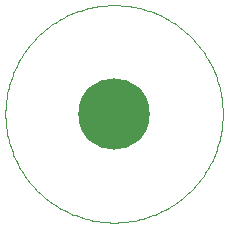
<source format=gbs>
G04 EAGLE Gerber RS-274X export*
G75*
%MOMM*%
%FSLAX34Y34*%
%LPD*%
%INMask_Bottom*%
%IPPOS*%
%AMOC8*
5,1,8,0,0,1.08239X$1,22.5*%
G01*
%ADD10C,0.000000*%
%ADD11C,6.045200*%


D10*
X92000Y184000D02*
X89777Y183973D01*
X87555Y183893D01*
X85336Y183758D01*
X83121Y183571D01*
X80911Y183329D01*
X78707Y183035D01*
X76511Y182687D01*
X74324Y182286D01*
X72148Y181833D01*
X69983Y181327D01*
X67831Y180769D01*
X65693Y180159D01*
X63570Y179497D01*
X61464Y178785D01*
X59376Y178021D01*
X57307Y177208D01*
X55258Y176345D01*
X53231Y175432D01*
X51226Y174471D01*
X49245Y173462D01*
X47290Y172405D01*
X45360Y171301D01*
X43457Y170151D01*
X41583Y168955D01*
X39738Y167715D01*
X37924Y166430D01*
X36141Y165101D01*
X34391Y163730D01*
X32675Y162317D01*
X30993Y160863D01*
X29347Y159369D01*
X27737Y157835D01*
X26165Y156263D01*
X24631Y154653D01*
X23137Y153007D01*
X21683Y151325D01*
X20270Y149609D01*
X18899Y147859D01*
X17570Y146076D01*
X16285Y144262D01*
X15045Y142417D01*
X13849Y140543D01*
X12699Y138640D01*
X11595Y136710D01*
X10538Y134755D01*
X9529Y132774D01*
X8568Y130769D01*
X7655Y128742D01*
X6792Y126693D01*
X5979Y124624D01*
X5215Y122536D01*
X4503Y120430D01*
X3841Y118307D01*
X3231Y116169D01*
X2673Y114017D01*
X2167Y111852D01*
X1714Y109676D01*
X1313Y107489D01*
X965Y105293D01*
X671Y103089D01*
X429Y100879D01*
X242Y98664D01*
X107Y96445D01*
X27Y94223D01*
X0Y92000D01*
X27Y89777D01*
X107Y87555D01*
X242Y85336D01*
X429Y83121D01*
X671Y80911D01*
X965Y78707D01*
X1313Y76511D01*
X1714Y74324D01*
X2167Y72148D01*
X2673Y69983D01*
X3231Y67831D01*
X3841Y65693D01*
X4503Y63570D01*
X5215Y61464D01*
X5979Y59376D01*
X6792Y57307D01*
X7655Y55258D01*
X8568Y53231D01*
X9529Y51226D01*
X10538Y49245D01*
X11595Y47290D01*
X12699Y45360D01*
X13849Y43457D01*
X15045Y41583D01*
X16285Y39738D01*
X17570Y37924D01*
X18899Y36141D01*
X20270Y34391D01*
X21683Y32675D01*
X23137Y30993D01*
X24631Y29347D01*
X26165Y27737D01*
X27737Y26165D01*
X29347Y24631D01*
X30993Y23137D01*
X32675Y21683D01*
X34391Y20270D01*
X36141Y18899D01*
X37924Y17570D01*
X39738Y16285D01*
X41583Y15045D01*
X43457Y13849D01*
X45360Y12699D01*
X47290Y11595D01*
X49245Y10538D01*
X51226Y9529D01*
X53231Y8568D01*
X55258Y7655D01*
X57307Y6792D01*
X59376Y5979D01*
X61464Y5215D01*
X63570Y4503D01*
X65693Y3841D01*
X67831Y3231D01*
X69983Y2673D01*
X72148Y2167D01*
X74324Y1714D01*
X76511Y1313D01*
X78707Y965D01*
X80911Y671D01*
X83121Y429D01*
X85336Y242D01*
X87555Y107D01*
X89777Y27D01*
X92000Y0D01*
X94223Y27D01*
X96445Y107D01*
X98664Y242D01*
X100879Y429D01*
X103089Y671D01*
X105293Y965D01*
X107489Y1313D01*
X109676Y1714D01*
X111852Y2167D01*
X114017Y2673D01*
X116169Y3231D01*
X118307Y3841D01*
X120430Y4503D01*
X122536Y5215D01*
X124624Y5979D01*
X126693Y6792D01*
X128742Y7655D01*
X130769Y8568D01*
X132774Y9529D01*
X134755Y10538D01*
X136710Y11595D01*
X138640Y12699D01*
X140543Y13849D01*
X142417Y15045D01*
X144262Y16285D01*
X146076Y17570D01*
X147859Y18899D01*
X149609Y20270D01*
X151325Y21683D01*
X153007Y23137D01*
X154653Y24631D01*
X156263Y26165D01*
X157835Y27737D01*
X159369Y29347D01*
X160863Y30993D01*
X162317Y32675D01*
X163730Y34391D01*
X165101Y36141D01*
X166430Y37924D01*
X167715Y39738D01*
X168955Y41583D01*
X170151Y43457D01*
X171301Y45360D01*
X172405Y47290D01*
X173462Y49245D01*
X174471Y51226D01*
X175432Y53231D01*
X176345Y55258D01*
X177208Y57307D01*
X178021Y59376D01*
X178785Y61464D01*
X179497Y63570D01*
X180159Y65693D01*
X180769Y67831D01*
X181327Y69983D01*
X181833Y72148D01*
X182286Y74324D01*
X182687Y76511D01*
X183035Y78707D01*
X183329Y80911D01*
X183571Y83121D01*
X183758Y85336D01*
X183893Y87555D01*
X183973Y89777D01*
X184000Y92000D01*
X183973Y94223D01*
X183893Y96445D01*
X183758Y98664D01*
X183571Y100879D01*
X183329Y103089D01*
X183035Y105293D01*
X182687Y107489D01*
X182286Y109676D01*
X181833Y111852D01*
X181327Y114017D01*
X180769Y116169D01*
X180159Y118307D01*
X179497Y120430D01*
X178785Y122536D01*
X178021Y124624D01*
X177208Y126693D01*
X176345Y128742D01*
X175432Y130769D01*
X174471Y132774D01*
X173462Y134755D01*
X172405Y136710D01*
X171301Y138640D01*
X170151Y140543D01*
X168955Y142417D01*
X167715Y144262D01*
X166430Y146076D01*
X165101Y147859D01*
X163730Y149609D01*
X162317Y151325D01*
X160863Y153007D01*
X159369Y154653D01*
X157835Y156263D01*
X156263Y157835D01*
X154653Y159369D01*
X153007Y160863D01*
X151325Y162317D01*
X149609Y163730D01*
X147859Y165101D01*
X146076Y166430D01*
X144262Y167715D01*
X142417Y168955D01*
X140543Y170151D01*
X138640Y171301D01*
X136710Y172405D01*
X134755Y173462D01*
X132774Y174471D01*
X130769Y175432D01*
X128742Y176345D01*
X126693Y177208D01*
X124624Y178021D01*
X122536Y178785D01*
X120430Y179497D01*
X118307Y180159D01*
X116169Y180769D01*
X114017Y181327D01*
X111852Y181833D01*
X109676Y182286D01*
X107489Y182687D01*
X105293Y183035D01*
X103089Y183329D01*
X100879Y183571D01*
X98664Y183758D01*
X96445Y183893D01*
X94223Y183973D01*
X92000Y184000D01*
D11*
X92000Y92000D03*
M02*

</source>
